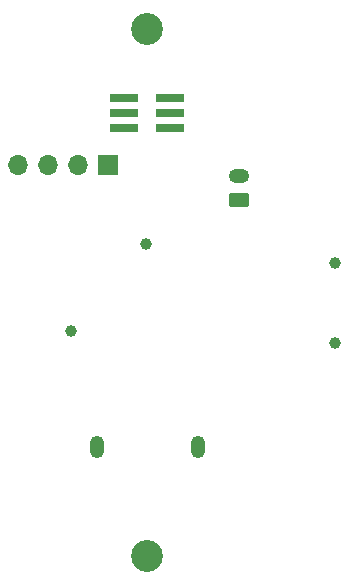
<source format=gbr>
%TF.GenerationSoftware,KiCad,Pcbnew,8.0.5*%
%TF.CreationDate,2025-01-25T11:08:43+05:30*%
%TF.ProjectId,racer,72616365-722e-46b6-9963-61645f706362,rev?*%
%TF.SameCoordinates,Original*%
%TF.FileFunction,Soldermask,Bot*%
%TF.FilePolarity,Negative*%
%FSLAX46Y46*%
G04 Gerber Fmt 4.6, Leading zero omitted, Abs format (unit mm)*
G04 Created by KiCad (PCBNEW 8.0.5) date 2025-01-25 11:08:43*
%MOMM*%
%LPD*%
G01*
G04 APERTURE LIST*
G04 Aperture macros list*
%AMRoundRect*
0 Rectangle with rounded corners*
0 $1 Rounding radius*
0 $2 $3 $4 $5 $6 $7 $8 $9 X,Y pos of 4 corners*
0 Add a 4 corners polygon primitive as box body*
4,1,4,$2,$3,$4,$5,$6,$7,$8,$9,$2,$3,0*
0 Add four circle primitives for the rounded corners*
1,1,$1+$1,$2,$3*
1,1,$1+$1,$4,$5*
1,1,$1+$1,$6,$7*
1,1,$1+$1,$8,$9*
0 Add four rect primitives between the rounded corners*
20,1,$1+$1,$2,$3,$4,$5,0*
20,1,$1+$1,$4,$5,$6,$7,0*
20,1,$1+$1,$6,$7,$8,$9,0*
20,1,$1+$1,$8,$9,$2,$3,0*%
G04 Aperture macros list end*
%ADD10C,2.700000*%
%ADD11RoundRect,0.250000X0.625000X-0.350000X0.625000X0.350000X-0.625000X0.350000X-0.625000X-0.350000X0*%
%ADD12O,1.750000X1.200000*%
%ADD13O,1.204000X1.904000*%
%ADD14R,1.700000X1.700000*%
%ADD15O,1.700000X1.700000*%
%ADD16C,1.000000*%
%ADD17R,2.400000X0.740000*%
G04 APERTURE END LIST*
D10*
%TO.C,REF\u002A\u002A*%
X184886600Y-89382600D03*
%TD*%
D11*
%TO.C,J12*%
X192617000Y-103819200D03*
D12*
X192617000Y-101819200D03*
%TD*%
D13*
%TO.C,P1*%
X180642000Y-124750600D03*
X189182000Y-124750600D03*
%TD*%
D14*
%TO.C,J11*%
X181584600Y-100838000D03*
D15*
X179044600Y-100838000D03*
X176504600Y-100838000D03*
X173964600Y-100838000D03*
%TD*%
D10*
%TO.C,REF\u002A\u002A*%
X184886600Y-133985000D03*
%TD*%
D16*
%TO.C,S1*%
X200736200Y-115972800D03*
X200736200Y-109172800D03*
%TD*%
%TO.C,TP6*%
X184785000Y-107543600D03*
%TD*%
D17*
%TO.C,J9*%
X186805400Y-95224600D03*
X182905400Y-95224600D03*
X186805400Y-96494600D03*
X182905400Y-96494600D03*
X186805400Y-97764600D03*
X182905400Y-97764600D03*
%TD*%
D16*
%TO.C,TP1*%
X178435000Y-114960400D03*
%TD*%
M02*

</source>
